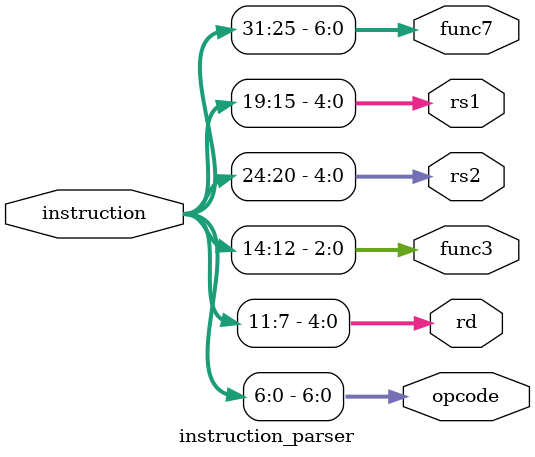
<source format=sv>
`timescale 1ns / 1ps


module instruction_parser(instruction,opcode,rd,func3,rs1,rs2,func7);
input logic [31:0] instruction;
output logic [6:0] opcode;
output logic [4:0] rd;
output logic [2:0] func3;
output logic [4:0] rs2;
output logic [4:0] rs1;
output logic [6:0] func7;
assign opcode=instruction[6:0];
assign rd=instruction[11:7];
assign func3=instruction[14:12];
assign rs1=instruction[19:15];
assign rs2=instruction[24:20];
assign func7=instruction[31:25];
endmodule

</source>
